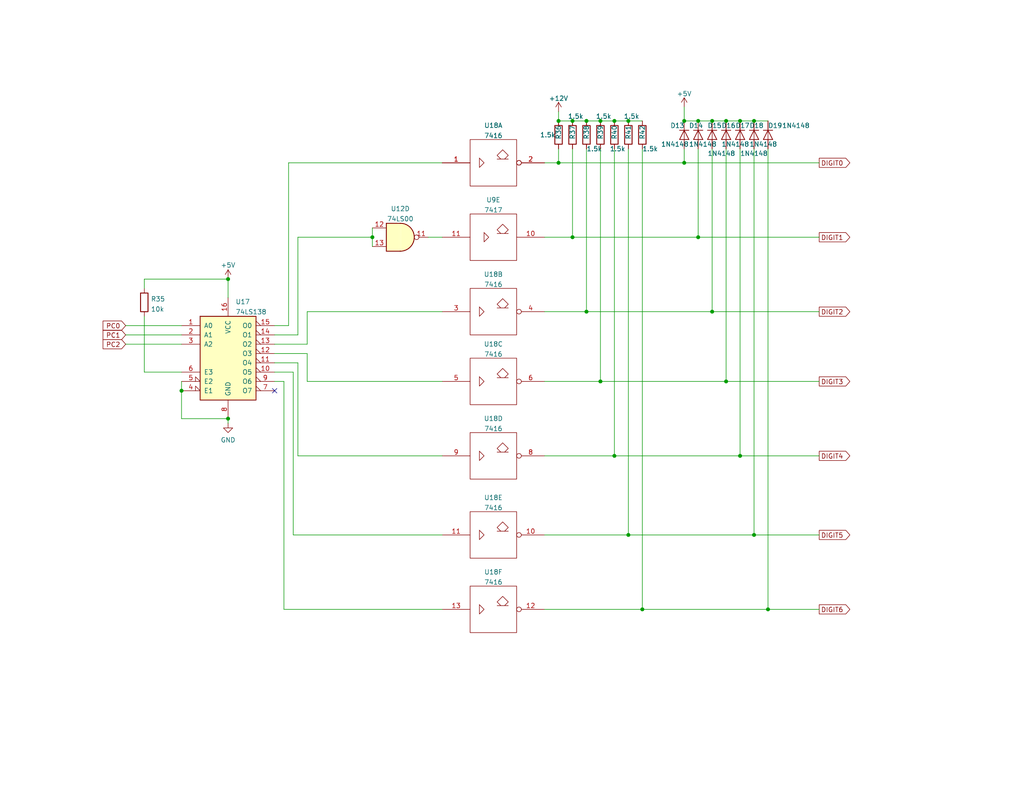
<source format=kicad_sch>
(kicad_sch (version 20211123) (generator eeschema)
  (paper "USLetter")
  (title_block (title "Display Digit Drivers") (date "2022-02-05") (rev "1.1") (company "ePinball") (comment 1 "github.com/jfleitz/gp-mpu"))
  (lib_symbols
    (symbol "74xx:74LS00" (pin_names (offset 1.016))
      (property "Reference" "U" (at 0 1.27 0))
      (property "Value" "74LS00" (at 0 -1.27 0))
      (symbol "74LS00_1_1"
        (arc (start 0 -3.81) (mid 3.81 0) (end 0 3.81) (stroke (width 0.254)) (fill (type background)))
        (polyline (pts (xy 0 3.81) (xy -3.81 3.81) (xy -3.81 -3.81) (xy 0 -3.81)) (stroke (width 0.254)) (fill (type background)))
        (pin input line (at -7.62 2.54 0) (length 3.81) (name "~") (number "1"))
        (pin input line (at -7.62 -2.54 0) (length 3.81) (name "~") (number "2"))
        (pin output inverted (at 7.62 0 180) (length 3.81) (name "~") (number "3"))
      )
      (symbol "74LS00_1_2"
        (arc (start -3.81 -3.81) (mid -2.589 0) (end -3.81 3.81) (stroke (width 0.254)))
        (arc (start -0.6096 -3.81) (mid 2.1855 -2.584) (end 3.81 0) (stroke (width 0.254)) (fill (type background)))
        (polyline (pts (xy -3.81 -3.81) (xy -0.635 -3.81)) (stroke (width 0.254)) (fill (type background)))
        (polyline (pts (xy -3.81 3.81) (xy -0.635 3.81)) (stroke (width 0.254)) (fill (type background)))
        (polyline (pts (xy -0.635 3.81) (xy -3.81 3.81) (xy -3.81 3.81) (xy -3.556 3.4036) (xy -3.0226 2.2606) (xy -2.6924 1.0414) (xy -2.6162 -0.254) (xy -2.7686 -1.4986) (xy -3.175 -2.7178) (xy -3.81 -3.81) (xy -3.81 -3.81) (xy -0.635 -3.81)) (stroke (width -25.4)) (fill (type background)))
        (arc (start 3.81 0) (mid 2.1928 2.5925) (end -0.6096 3.81) (stroke (width 0.254)) (fill (type background)))
        (pin input inverted (at -7.62 2.54 0) (length 4.318) (name "~") (number "1"))
        (pin input inverted (at -7.62 -2.54 0) (length 4.318) (name "~") (number "2"))
        (pin output line (at 7.62 0 180) (length 3.81) (name "~") (number "3"))
      )
      (symbol "74LS00_2_1"
        (arc (start 0 -3.81) (mid 3.81 0) (end 0 3.81) (stroke (width 0.254)) (fill (type background)))
        (polyline (pts (xy 0 3.81) (xy -3.81 3.81) (xy -3.81 -3.81) (xy 0 -3.81)) (stroke (width 0.254)) (fill (type background)))
        (pin input line (at -7.62 2.54 0) (length 3.81) (name "~") (number "4"))
        (pin input line (at -7.62 -2.54 0) (length 3.81) (name "~") (number "5"))
        (pin output inverted (at 7.62 0 180) (length 3.81) (name "~") (number "6"))
      )
      (symbol "74LS00_2_2"
        (arc (start -3.81 -3.81) (mid -2.589 0) (end -3.81 3.81) (stroke (width 0.254)))
        (arc (start -0.6096 -3.81) (mid 2.1855 -2.584) (end 3.81 0) (stroke (width 0.254)) (fill (type background)))
        (polyline (pts (xy -3.81 -3.81) (xy -0.635 -3.81)) (stroke (width 0.254)) (fill (type background)))
        (polyline (pts (xy -3.81 3.81) (xy -0.635 3.81)) (stroke (width 0.254)) (fill (type background)))
        (polyline (pts (xy -0.635 3.81) (xy -3.81 3.81) (xy -3.81 3.81) (xy -3.556 3.4036) (xy -3.0226 2.2606) (xy -2.6924 1.0414) (xy -2.6162 -0.254) (xy -2.7686 -1.4986) (xy -3.175 -2.7178) (xy -3.81 -3.81) (xy -3.81 -3.81) (xy -0.635 -3.81)) (stroke (width -25.4)) (fill (type background)))
        (arc (start 3.81 0) (mid 2.1928 2.5925) (end -0.6096 3.81) (stroke (width 0.254)) (fill (type background)))
        (pin input inverted (at -7.62 2.54 0) (length 4.318) (name "~") (number "4"))
        (pin input inverted (at -7.62 -2.54 0) (length 4.318) (name "~") (number "5"))
        (pin output line (at 7.62 0 180) (length 3.81) (name "~") (number "6"))
      )
      (symbol "74LS00_3_1"
        (arc (start 0 -3.81) (mid 3.81 0) (end 0 3.81) (stroke (width 0.254)) (fill (type background)))
        (polyline (pts (xy 0 3.81) (xy -3.81 3.81) (xy -3.81 -3.81) (xy 0 -3.81)) (stroke (width 0.254)) (fill (type background)))
        (pin input line (at -7.62 -2.54 0) (length 3.81) (name "~") (number "10"))
        (pin output inverted (at 7.62 0 180) (length 3.81) (name "~") (number "8"))
        (pin input line (at -7.62 2.54 0) (length 3.81) (name "~") (number "9"))
      )
      (symbol "74LS00_3_2"
        (arc (start -3.81 -3.81) (mid -2.589 0) (end -3.81 3.81) (stroke (width 0.254)))
        (arc (start -0.6096 -3.81) (mid 2.1855 -2.584) (end 3.81 0) (stroke (width 0.254)) (fill (type background)))
        (polyline (pts (xy -3.81 -3.81) (xy -0.635 -3.81)) (stroke (width 0.254)) (fill (type background)))
        (polyline (pts (xy -3.81 3.81) (xy -0.635 3.81)) (stroke (width 0.254)) (fill (type background)))
        (polyline (pts (xy -0.635 3.81) (xy -3.81 3.81) (xy -3.81 3.81) (xy -3.556 3.4036) (xy -3.0226 2.2606) (xy -2.6924 1.0414) (xy -2.6162 -0.254) (xy -2.7686 -1.4986) (xy -3.175 -2.7178) (xy -3.81 -3.81) (xy -3.81 -3.81) (xy -0.635 -3.81)) (stroke (width -25.4)) (fill (type background)))
        (arc (start 3.81 0) (mid 2.1928 2.5925) (end -0.6096 3.81) (stroke (width 0.254)) (fill (type background)))
        (pin input inverted (at -7.62 -2.54 0) (length 4.318) (name "~") (number "10"))
        (pin output line (at 7.62 0 180) (length 3.81) (name "~") (number "8"))
        (pin input inverted (at -7.62 2.54 0) (length 4.318) (name "~") (number "9"))
      )
      (symbol "74LS00_4_1"
        (arc (start 0 -3.81) (mid 3.81 0) (end 0 3.81) (stroke (width 0.254)) (fill (type background)))
        (polyline (pts (xy 0 3.81) (xy -3.81 3.81) (xy -3.81 -3.81) (xy 0 -3.81)) (stroke (width 0.254)) (fill (type background)))
        (pin output inverted (at 7.62 0 180) (length 3.81) (name "~") (number "11"))
        (pin input line (at -7.62 2.54 0) (length 3.81) (name "~") (number "12"))
        (pin input line (at -7.62 -2.54 0) (length 3.81) (name "~") (number "13"))
      )
      (symbol "74LS00_4_2"
        (arc (start -3.81 -3.81) (mid -2.589 0) (end -3.81 3.81) (stroke (width 0.254)))
        (arc (start -0.6096 -3.81) (mid 2.1855 -2.584) (end 3.81 0) (stroke (width 0.254)) (fill (type background)))
        (polyline (pts (xy -3.81 -3.81) (xy -0.635 -3.81)) (stroke (width 0.254)) (fill (type background)))
        (polyline (pts (xy -3.81 3.81) (xy -0.635 3.81)) (stroke (width 0.254)) (fill (type background)))
        (polyline (pts (xy -0.635 3.81) (xy -3.81 3.81) (xy -3.81 3.81) (xy -3.556 3.4036) (xy -3.0226 2.2606) (xy -2.6924 1.0414) (xy -2.6162 -0.254) (xy -2.7686 -1.4986) (xy -3.175 -2.7178) (xy -3.81 -3.81) (xy -3.81 -3.81) (xy -0.635 -3.81)) (stroke (width -25.4)) (fill (type background)))
        (arc (start 3.81 0) (mid 2.1928 2.5925) (end -0.6096 3.81) (stroke (width 0.254)) (fill (type background)))
        (pin output line (at 7.62 0 180) (length 3.81) (name "~") (number "11"))
        (pin input inverted (at -7.62 2.54 0) (length 4.318) (name "~") (number "12"))
        (pin input inverted (at -7.62 -2.54 0) (length 4.318) (name "~") (number "13"))
      )
      (symbol "74LS00_5_0"
        (pin power_in line (at 0 12.7 270) (length 5.08) (name "VCC") (number "14"))
        (pin power_in line (at 0 -12.7 90) (length 5.08) (name "GND") (number "7"))
      )
      (symbol "74LS00_5_1"
        (rectangle (start -5.08 7.62) (end 5.08 -7.62) (stroke (width 0.254)) (fill (type background)))
      )
    )
    (symbol "74xx:74LS138" (pin_names (offset 1.016))
      (property "Reference" "U" (at -7.62 11.43 0))
      (property "Value" "74LS138" (at -7.62 -13.97 0))
      (symbol "74LS138_1_0"
        (pin input line (at -12.7 7.62 0) (length 5.08) (name "A0") (number "1"))
        (pin output output_low (at 12.7 -5.08 180) (length 5.08) (name "O5") (number "10"))
        (pin output output_low (at 12.7 -2.54 180) (length 5.08) (name "O4") (number "11"))
        (pin output output_low (at 12.7 0 180) (length 5.08) (name "O3") (number "12"))
        (pin output output_low (at 12.7 2.54 180) (length 5.08) (name "O2") (number "13"))
        (pin output output_low (at 12.7 5.08 180) (length 5.08) (name "O1") (number "14"))
        (pin output output_low (at 12.7 7.62 180) (length 5.08) (name "O0") (number "15"))
        (pin power_in line (at 0 15.24 270) (length 5.08) (name "VCC") (number "16"))
        (pin input line (at -12.7 5.08 0) (length 5.08) (name "A1") (number "2"))
        (pin input line (at -12.7 2.54 0) (length 5.08) (name "A2") (number "3"))
        (pin input input_low (at -12.7 -10.16 0) (length 5.08) (name "E1") (number "4"))
        (pin input input_low (at -12.7 -7.62 0) (length 5.08) (name "E2") (number "5"))
        (pin input line (at -12.7 -5.08 0) (length 5.08) (name "E3") (number "6"))
        (pin output output_low (at 12.7 -10.16 180) (length 5.08) (name "O7") (number "7"))
        (pin power_in line (at 0 -17.78 90) (length 5.08) (name "GND") (number "8"))
        (pin output output_low (at 12.7 -7.62 180) (length 5.08) (name "O6") (number "9"))
      )
      (symbol "74LS138_1_1"
        (rectangle (start -7.62 10.16) (end 7.62 -12.7) (stroke (width 0.254)) (fill (type background)))
      )
    )
    (symbol "74xx_IEEE:7416" (pin_names (offset 0.762))
      (property "Reference" "U" (at 3.81 7.62 0))
      (property "Value" "7416" (at 6.35 -8.89 0))
      (symbol "7416_0_0"
        (polyline (pts (xy -3.81 1.27) (xy -3.81 -1.27) (xy -2.54 0) (xy -3.81 1.27) (xy -3.81 1.27)))
        (polyline (pts (xy 3.048 1.016) (xy 4.064 2.032) (xy 2.54 3.556) (xy 1.016 2.032) (xy 2.032 1.016) (xy 1.016 1.016) (xy 4.064 1.016) (xy 4.064 1.016)))
      )
      (symbol "7416_0_1"
        (rectangle (start -6.35 6.35) (end 6.35 -6.35))
        (pin power_in line (at 0 6.35 270) (length 0) hide (name "Vcc") (number "14"))
        (pin power_in line (at 0 -6.35 90) (length 0) hide (name "Gnd") (number "7"))
      )
      (symbol "7416_1_1"
        (pin input line (at -13.97 0 0) (length 7.62) (name "~") (number "1"))
        (pin open_collector inverted (at 13.97 0 180) (length 7.62) (name "~") (number "2"))
      )
      (symbol "7416_2_1"
        (pin input line (at -13.97 0 0) (length 7.62) (name "~") (number "3"))
        (pin open_collector inverted (at 13.97 0 180) (length 7.62) (name "~") (number "4"))
      )
      (symbol "7416_3_1"
        (pin input line (at -13.97 0 0) (length 7.62) (name "~") (number "5"))
        (pin open_collector inverted (at 13.97 0 180) (length 7.62) (name "~") (number "6"))
      )
      (symbol "7416_4_1"
        (pin open_collector inverted (at 13.97 0 180) (length 7.62) (name "~") (number "8"))
        (pin input line (at -13.97 0 0) (length 7.62) (name "~") (number "9"))
      )
      (symbol "7416_5_1"
        (pin open_collector inverted (at 13.97 0 180) (length 7.62) (name "~") (number "10"))
        (pin input line (at -13.97 0 0) (length 7.62) (name "~") (number "11"))
      )
      (symbol "7416_6_1"
        (pin open_collector inverted (at 13.97 0 180) (length 7.62) (name "~") (number "12"))
        (pin input line (at -13.97 0 0) (length 7.62) (name "~") (number "13"))
      )
    )
    (symbol "74xx_IEEE:7417" (pin_names (offset 0.762))
      (property "Reference" "U" (at 3.81 8.89 0))
      (property "Value" "7417" (at 3.81 -7.62 0))
      (symbol "7417_0_1"
        (rectangle (start -6.35 6.35) (end 6.35 -6.35))
        (polyline (pts (xy -2.54 1.27) (xy -2.54 -1.27) (xy -1.27 0) (xy -2.54 1.27) (xy -2.54 1.27)))
        (polyline (pts (xy 3.048 1.016) (xy 4.064 2.032) (xy 2.54 3.556) (xy 1.016 2.032) (xy 2.032 1.016) (xy 1.016 1.016) (xy 4.064 1.016) (xy 4.064 1.016)))
        (pin power_in line (at 0 6.35 270) (length 0) hide (name "Vcc") (number "14"))
        (pin power_in line (at 0 -6.35 90) (length 0) hide (name "Gnd") (number "7"))
      )
      (symbol "7417_1_1"
        (pin input line (at -13.97 0 0) (length 7.62) (name "~") (number "1"))
        (pin open_collector line (at 13.97 0 180) (length 7.62) (name "~") (number "2"))
      )
      (symbol "7417_2_1"
        (pin input line (at -13.97 0 0) (length 7.62) (name "~") (number "3"))
        (pin open_collector line (at 13.97 0 180) (length 7.62) (name "~") (number "4"))
      )
      (symbol "7417_3_1"
        (pin input line (at -13.97 0 0) (length 7.62) (name "~") (number "5"))
        (pin open_collector line (at 13.97 0 180) (length 7.62) (name "~") (number "6"))
      )
      (symbol "7417_4_1"
        (pin open_collector line (at 13.97 0 180) (length 7.62) (name "~") (number "8"))
        (pin input line (at -13.97 0 0) (length 7.62) (name "~") (number "9"))
      )
      (symbol "7417_5_1"
        (pin open_collector line (at 13.97 0 180) (length 7.62) (name "~") (number "10"))
        (pin input line (at -13.97 0 0) (length 7.62) (name "~") (number "11"))
      )
      (symbol "7417_6_1"
        (pin open_collector line (at 13.97 0 180) (length 7.62) (name "~") (number "12"))
        (pin input line (at -13.97 0 0) (length 7.62) (name "~") (number "13"))
      )
    )
    (symbol "Device:R" (pin_numbers hide) (pin_names (offset 0))
      (property "Reference" "R" (at 2.032 0 90))
      (property "Value" "R" (at 0 0 90))
      (symbol "R_0_1"
        (rectangle (start -1.016 -2.54) (end 1.016 2.54) (stroke (width 0.254)))
      )
      (symbol "R_1_1"
        (pin passive line (at 0 3.81 270) (length 1.27) (name "~") (number "1"))
        (pin passive line (at 0 -3.81 90) (length 1.27) (name "~") (number "2"))
      )
    )
    (symbol "Diode:1N4148" (pin_numbers hide) (pin_names (offset 1.016) hide)
      (property "Reference" "D" (at 0 2.54 0))
      (property "Value" "1N4148" (at 0 -2.54 0))
      (symbol "1N4148_0_1"
        (polyline (pts (xy -1.27 1.27) (xy -1.27 -1.27)) (stroke (width 0.2032)))
        (polyline (pts (xy 1.27 0) (xy -1.27 0)))
        (polyline (pts (xy 1.27 1.27) (xy 1.27 -1.27) (xy -1.27 0) (xy 1.27 1.27)) (stroke (width 0.2032)))
      )
      (symbol "1N4148_1_1"
        (pin passive line (at -3.81 0 0) (length 2.54) (name "K") (number "1"))
        (pin passive line (at 3.81 0 180) (length 2.54) (name "A") (number "2"))
      )
    )
    (symbol "power:+12V" (power) (pin_names (offset 0))
      (property "Value" "+12V" (at 0 3.556 0))
      (symbol "+12V_0_1"
        (polyline (pts (xy -0.762 1.27) (xy 0 2.54)))
        (polyline (pts (xy 0 0) (xy 0 2.54)))
        (polyline (pts (xy 0 2.54) (xy 0.762 1.27)))
      )
      (symbol "+12V_1_1"
        (pin power_in line (at 0 0 90) (length 0) hide (name "+12V") (number "1"))
      )
    )
    (symbol "power:+5V" (power) (pin_names (offset 0))
      (property "Value" "+5V" (at 0 3.556 0))
      (symbol "+5V_0_1"
        (polyline (pts (xy -0.762 1.27) (xy 0 2.54)))
        (polyline (pts (xy 0 0) (xy 0 2.54)))
        (polyline (pts (xy 0 2.54) (xy 0.762 1.27)))
      )
      (symbol "+5V_1_1"
        (pin power_in line (at 0 0 90) (length 0) hide (name "+5V") (number "1"))
      )
    )
    (symbol "power:GND" (power) (pin_names (offset 0))
      (property "Value" "GND" (at 0 -3.81 0))
      (symbol "GND_0_1"
        (polyline (pts (xy 0 0) (xy 0 -1.27) (xy 1.27 -1.27) (xy 0 -2.54) (xy -1.27 -1.27) (xy 0 -1.27)))
      )
      (symbol "GND_1_1"
        (pin power_in line (at 0 0 270) (length 0) hide (name "GND") (number "1"))
      )
    )
  )
  (junction (at 167.64 33.02))
  (junction (at 186.69 33.02))
  (junction (at 62.23 114.3))
  (junction (at 198.12 33.02))
  (junction (at 194.31 85.09))
  (junction (at 160.02 85.09))
  (junction (at 163.83 33.02))
  (junction (at 101.6 64.77))
  (junction (at 156.21 64.77))
  (junction (at 190.5 64.77))
  (junction (at 160.02 33.02))
  (junction (at 171.45 146.05))
  (junction (at 167.64 124.46))
  (junction (at 152.4 44.45))
  (junction (at 201.93 33.02))
  (junction (at 152.4 33.02))
  (junction (at 190.5 33.02))
  (junction (at 156.21 33.02))
  (junction (at 171.45 33.02))
  (junction (at 198.12 104.14))
  (junction (at 62.23 76.2))
  (junction (at 205.74 146.05))
  (junction (at 205.74 33.02))
  (junction (at 194.31 33.02))
  (junction (at 163.83 104.14))
  (junction (at 49.53 106.68))
  (junction (at 201.93 124.46))
  (junction (at 175.26 166.37))
  (junction (at 209.55 166.37))
  (junction (at 186.69 44.45))
  (no_connect (at 74.93 106.68))
  (wire (pts (xy 148.59 166.37) (xy 175.26 166.37)))
  (wire (pts (xy 152.4 40.64) (xy 152.4 44.45)))
  (wire (pts (xy 205.74 40.64) (xy 205.74 146.05)))
  (wire (pts (xy 205.74 146.05) (xy 223.52 146.05)))
  (wire (pts (xy 201.93 33.02) (xy 205.74 33.02)))
  (wire (pts (xy 190.5 33.02) (xy 194.31 33.02)))
  (wire (pts (xy 74.93 93.98) (xy 83.82 93.98)))
  (wire (pts (xy 198.12 40.64) (xy 198.12 104.14)))
  (wire (pts (xy 198.12 33.02) (xy 201.93 33.02)))
  (wire (pts (xy 81.28 91.44) (xy 81.28 64.77)))
  (wire (pts (xy 74.93 91.44) (xy 81.28 91.44)))
  (wire (pts (xy 194.31 85.09) (xy 223.52 85.09)))
  (wire (pts (xy 101.6 64.77) (xy 101.6 67.31)))
  (wire (pts (xy 101.6 62.23) (xy 101.6 64.77)))
  (wire (pts (xy 163.83 40.64) (xy 163.83 104.14)))
  (wire (pts (xy 49.53 106.68) (xy 49.53 114.3)))
  (wire (pts (xy 201.93 124.46) (xy 223.52 124.46)))
  (wire (pts (xy 77.47 166.37) (xy 120.65 166.37)))
  (wire (pts (xy 198.12 104.14) (xy 223.52 104.14)))
  (wire (pts (xy 194.31 33.02) (xy 198.12 33.02)))
  (wire (pts (xy 39.37 78.74) (xy 39.37 76.2)))
  (wire (pts (xy 83.82 104.14) (xy 120.65 104.14)))
  (wire (pts (xy 163.83 104.14) (xy 198.12 104.14)))
  (wire (pts (xy 194.31 40.64) (xy 194.31 85.09)))
  (wire (pts (xy 209.55 40.64) (xy 209.55 166.37)))
  (wire (pts (xy 152.4 33.02) (xy 156.21 33.02)))
  (wire (pts (xy 81.28 99.06) (xy 81.28 124.46)))
  (wire (pts (xy 74.93 88.9) (xy 78.74 88.9)))
  (wire (pts (xy 186.69 40.64) (xy 186.69 44.45)))
  (wire (pts (xy 116.84 64.77) (xy 120.65 64.77)))
  (wire (pts (xy 171.45 40.64) (xy 171.45 146.05)))
  (wire (pts (xy 171.45 146.05) (xy 205.74 146.05)))
  (wire (pts (xy 209.55 166.37) (xy 223.52 166.37)))
  (wire (pts (xy 77.47 104.14) (xy 77.47 166.37)))
  (wire (pts (xy 39.37 76.2) (xy 62.23 76.2)))
  (wire (pts (xy 83.82 85.09) (xy 120.65 85.09)))
  (wire (pts (xy 74.93 96.52) (xy 83.82 96.52)))
  (wire (pts (xy 175.26 166.37) (xy 209.55 166.37)))
  (wire (pts (xy 160.02 40.64) (xy 160.02 85.09)))
  (wire (pts (xy 39.37 101.6) (xy 49.53 101.6)))
  (wire (pts (xy 186.69 33.02) (xy 190.5 33.02)))
  (wire (pts (xy 171.45 33.02) (xy 175.26 33.02)))
  (wire (pts (xy 34.29 88.9) (xy 49.53 88.9)))
  (wire (pts (xy 148.59 146.05) (xy 171.45 146.05)))
  (wire (pts (xy 152.4 30.48) (xy 152.4 33.02)))
  (wire (pts (xy 83.82 96.52) (xy 83.82 104.14)))
  (wire (pts (xy 186.69 29.21) (xy 186.69 33.02)))
  (wire (pts (xy 78.74 44.45) (xy 120.65 44.45)))
  (wire (pts (xy 167.64 40.64) (xy 167.64 124.46)))
  (wire (pts (xy 39.37 86.36) (xy 39.37 101.6)))
  (wire (pts (xy 34.29 93.98) (xy 49.53 93.98)))
  (wire (pts (xy 83.82 93.98) (xy 83.82 85.09)))
  (wire (pts (xy 167.64 124.46) (xy 201.93 124.46)))
  (wire (pts (xy 148.59 85.09) (xy 160.02 85.09)))
  (wire (pts (xy 81.28 124.46) (xy 120.65 124.46)))
  (wire (pts (xy 156.21 40.64) (xy 156.21 64.77)))
  (wire (pts (xy 34.29 91.44) (xy 49.53 91.44)))
  (wire (pts (xy 78.74 88.9) (xy 78.74 44.45)))
  (wire (pts (xy 175.26 40.64) (xy 175.26 166.37)))
  (wire (pts (xy 156.21 33.02) (xy 160.02 33.02)))
  (wire (pts (xy 201.93 40.64) (xy 201.93 124.46)))
  (wire (pts (xy 81.28 64.77) (xy 101.6 64.77)))
  (wire (pts (xy 49.53 104.14) (xy 49.53 106.68)))
  (wire (pts (xy 163.83 33.02) (xy 167.64 33.02)))
  (wire (pts (xy 62.23 76.2) (xy 62.23 81.28)))
  (wire (pts (xy 205.74 33.02) (xy 209.55 33.02)))
  (wire (pts (xy 190.5 64.77) (xy 223.52 64.77)))
  (wire (pts (xy 160.02 33.02) (xy 163.83 33.02)))
  (wire (pts (xy 156.21 64.77) (xy 190.5 64.77)))
  (wire (pts (xy 74.93 101.6) (xy 80.01 101.6)))
  (wire (pts (xy 80.01 101.6) (xy 80.01 146.05)))
  (wire (pts (xy 186.69 44.45) (xy 223.52 44.45)))
  (wire (pts (xy 148.59 64.77) (xy 156.21 64.77)))
  (wire (pts (xy 190.5 40.64) (xy 190.5 64.77)))
  (wire (pts (xy 148.59 104.14) (xy 163.83 104.14)))
  (wire (pts (xy 148.59 44.45) (xy 152.4 44.45)))
  (wire (pts (xy 152.4 44.45) (xy 186.69 44.45)))
  (wire (pts (xy 74.93 104.14) (xy 77.47 104.14)))
  (wire (pts (xy 160.02 85.09) (xy 194.31 85.09)))
  (wire (pts (xy 80.01 146.05) (xy 120.65 146.05)))
  (wire (pts (xy 74.93 99.06) (xy 81.28 99.06)))
  (wire (pts (xy 148.59 124.46) (xy 167.64 124.46)))
  (wire (pts (xy 62.23 114.3) (xy 62.23 115.57)))
  (wire (pts (xy 167.64 33.02) (xy 171.45 33.02)))
  (wire (pts (xy 49.53 114.3) (xy 62.23 114.3)))
  (global_label "PC0" (shape input) (at 34.29 88.9 180) (property "Intersheet References" "${INTERSHEET_REFS}" (effects hide)))
  (global_label "DIGIT6" (shape output) (at 223.52 166.37 0) (property "Intersheet References" "${INTERSHEET_REFS}" (effects hide)))
  (global_label "PC1" (shape input) (at 34.29 91.44 180) (property "Intersheet References" "${INTERSHEET_REFS}" (effects hide)))
  (global_label "DIGIT4" (shape output) (at 223.52 124.46 0) (property "Intersheet References" "${INTERSHEET_REFS}" (effects hide)))
  (global_label "DIGIT0" (shape output) (at 223.52 44.45 0) (property "Intersheet References" "${INTERSHEET_REFS}" (effects hide)))
  (global_label "DIGIT5" (shape output) (at 223.52 146.05 0) (property "Intersheet References" "${INTERSHEET_REFS}" (effects hide)))
  (global_label "PC2" (shape input) (at 34.29 93.98 180) (property "Intersheet References" "${INTERSHEET_REFS}" (effects hide)))
  (global_label "DIGIT2" (shape output) (at 223.52 85.09 0) (property "Intersheet References" "${INTERSHEET_REFS}" (effects hide)))
  (global_label "DIGIT1" (shape output) (at 223.52 64.77 0) (property "Intersheet References" "${INTERSHEET_REFS}" (effects hide)))
  (global_label "DIGIT3" (shape output) (at 223.52 104.14 0) (property "Intersheet References" "${INTERSHEET_REFS}" (effects hide)))
  (symbol (lib_id "Device:R") (at 171.45 36.83 0) (unit 1)
    (property "Reference" "R41" (at 171.45 38.1 90) (effects (justify left)))
    (property "Value" "1.5k" (at 170.18 31.75 0) (effects (justify left)))
    (property "Footprint" "Resistor_THT:R_Axial_DIN0207_L6.3mm_D2.5mm_P10.16mm_Horizontal" (effects hide))
  )
  (symbol (lib_id "power:+5V") (at 62.23 76.2 0) (unit 1)
    (property "Reference" "#PWR037" (effects hide))
    (property "Value" "+5V" (at 62.23 72.39 0))
  )
  (symbol (lib_id "74xx_IEEE:7416") (at 134.62 124.46 0) (unit 4)
    (property "Reference" "U18" (at 134.62 114.2705 0))
    (property "Value" "7416" (at 134.62 117.0456 0))
    (property "Footprint" "Package_DIP:DIP-14_W7.62mm_LongPads" (effects hide))
  )
  (symbol (lib_id "Diode:1N4148") (at 190.5 36.83 270) (unit 1)
    (property "Reference" "D14" (at 187.96 34.29 90) (effects (justify left)))
    (property "Value" "1N4148" (at 187.96 39.37 90) (effects (justify left)))
    (property "Footprint" "Diode_THT:D_DO-35_SOD27_P7.62mm_Horizontal" (effects hide))
    (property "Datasheet" "https://assets.nexperia.com/documents/data-sheet/1N4148_1N4448.pdf" (effects hide))
  )
  (symbol (lib_id "Diode:1N4148") (at 194.31 36.83 270) (unit 1)
    (property "Reference" "D15" (at 193.04 34.29 90) (effects (justify left)))
    (property "Value" "1N4148" (at 193.04 41.91 90) (effects (justify left)))
    (property "Footprint" "Diode_THT:D_DO-35_SOD27_P7.62mm_Horizontal" (effects hide))
    (property "Datasheet" "https://assets.nexperia.com/documents/data-sheet/1N4148_1N4448.pdf" (effects hide))
  )
  (symbol (lib_id "Diode:1N4148") (at 205.74 36.83 270) (unit 1)
    (property "Reference" "D18" (at 204.47 34.29 90) (effects (justify left)))
    (property "Value" "1N4148" (at 204.47 39.37 90) (effects (justify left)))
    (property "Footprint" "Diode_THT:D_DO-35_SOD27_P7.62mm_Horizontal" (effects hide))
    (property "Datasheet" "https://assets.nexperia.com/documents/data-sheet/1N4148_1N4448.pdf" (effects hide))
  )
  (symbol (lib_id "74xx_IEEE:7417") (at 134.62 64.77 0) (unit 5)
    (property "Reference" "U9" (at 134.62 54.5805 0))
    (property "Value" "7417" (at 134.62 57.3556 0))
    (property "Footprint" "Package_DIP:DIP-14_W7.62mm_LongPads" (effects hide))
  )
  (symbol (lib_id "Diode:1N4148") (at 209.55 36.83 270) (unit 1)
    (property "Reference" "D19" (at 209.55 34.29 90) (effects (justify left)))
    (property "Value" "1N4148" (at 213.36 34.29 90) (effects (justify left)))
    (property "Footprint" "Diode_THT:D_DO-35_SOD27_P7.62mm_Horizontal" (effects hide))
    (property "Datasheet" "https://assets.nexperia.com/documents/data-sheet/1N4148_1N4448.pdf" (effects hide))
  )
  (symbol (lib_id "Diode:1N4148") (at 198.12 36.83 270) (unit 1)
    (property "Reference" "D16" (at 196.85 34.29 90) (effects (justify left)))
    (property "Value" "1N4148" (at 196.85 39.37 90) (effects (justify left)))
    (property "Footprint" "Diode_THT:D_DO-35_SOD27_P7.62mm_Horizontal" (effects hide))
    (property "Datasheet" "https://assets.nexperia.com/documents/data-sheet/1N4148_1N4448.pdf" (effects hide))
  )
  (symbol (lib_id "Diode:1N4148") (at 201.93 36.83 270) (unit 1)
    (property "Reference" "D17" (at 200.66 34.29 90) (effects (justify left)))
    (property "Value" "1N4148" (at 201.93 41.91 90) (effects (justify left)))
    (property "Footprint" "Diode_THT:D_DO-35_SOD27_P7.62mm_Horizontal" (effects hide))
    (property "Datasheet" "https://assets.nexperia.com/documents/data-sheet/1N4148_1N4448.pdf" (effects hide))
  )
  (symbol (lib_id "74xx_IEEE:7416") (at 134.62 44.45 0) (unit 1)
    (property "Reference" "U18" (at 134.62 34.2605 0))
    (property "Value" "7416" (at 134.62 37.0356 0))
    (property "Footprint" "Package_DIP:DIP-14_W7.62mm_LongPads" (effects hide))
  )
  (symbol (lib_id "Device:R") (at 160.02 36.83 0) (unit 1)
    (property "Reference" "R38" (at 160.02 38.1 90) (effects (justify left)))
    (property "Value" "1.5k" (at 160.02 40.64 0) (effects (justify left)))
    (property "Footprint" "Resistor_THT:R_Axial_DIN0207_L6.3mm_D2.5mm_P10.16mm_Horizontal" (effects hide))
  )
  (symbol (lib_id "74xx:74LS00") (at 109.22 64.77 0) (unit 4)
    (property "Reference" "U12" (at 109.22 56.9935 0))
    (property "Value" "74LS00" (at 109.22 59.7686 0))
    (property "Footprint" "Package_DIP:DIP-14_W7.62mm_LongPads" (effects hide))
    (property "Datasheet" "http://www.ti.com/lit/gpn/sn74ls00" (effects hide))
  )
  (symbol (lib_id "power:GND") (at 62.23 115.57 0) (unit 1)
    (property "Reference" "#PWR038" (effects hide))
    (property "Value" "GND" (at 62.23 120.1325 0))
  )
  (symbol (lib_id "74xx_IEEE:7416") (at 134.62 146.05 0) (unit 5)
    (property "Reference" "U18" (at 134.62 135.8605 0))
    (property "Value" "7416" (at 134.62 138.6356 0))
    (property "Footprint" "Package_DIP:DIP-14_W7.62mm_LongPads" (effects hide))
  )
  (symbol (lib_id "Device:R") (at 163.83 36.83 0) (unit 1)
    (property "Reference" "R39" (at 163.83 38.1 90) (effects (justify left)))
    (property "Value" "1.5k" (at 162.56 31.75 0) (effects (justify left)))
    (property "Footprint" "Resistor_THT:R_Axial_DIN0207_L6.3mm_D2.5mm_P10.16mm_Horizontal" (effects hide))
  )
  (symbol (lib_id "power:+5V") (at 186.69 29.21 0) (unit 1)
    (property "Reference" "#PWR040" (effects hide))
    (property "Value" "+5V" (at 186.69 25.6055 0))
  )
  (symbol (lib_id "74xx_IEEE:7416") (at 134.62 166.37 0) (unit 6)
    (property "Reference" "U18" (at 134.62 156.1805 0))
    (property "Value" "7416" (at 134.62 158.9556 0))
    (property "Footprint" "Package_DIP:DIP-14_W7.62mm_LongPads" (effects hide))
  )
  (symbol (lib_id "Device:R") (at 175.26 36.83 0) (unit 1)
    (property "Reference" "R42" (at 175.26 38.1 90) (effects (justify left)))
    (property "Value" "1.5k" (at 175.26 40.64 0) (effects (justify left)))
    (property "Footprint" "Resistor_THT:R_Axial_DIN0207_L6.3mm_D2.5mm_P10.16mm_Horizontal" (effects hide))
  )
  (symbol (lib_id "power:+12V") (at 152.4 30.48 0) (unit 1)
    (property "Reference" "#PWR039" (effects hide))
    (property "Value" "+12V" (at 152.4 26.8755 0))
  )
  (symbol (lib_id "Device:R") (at 39.37 82.55 0) (unit 1)
    (property "Reference" "R35" (at 41.148 81.6415 0) (effects (justify left)))
    (property "Value" "10k" (at 41.148 84.4166 0) (effects (justify left)))
    (property "Footprint" "Resistor_THT:R_Axial_DIN0207_L6.3mm_D2.5mm_P10.16mm_Horizontal" (effects hide))
  )
  (symbol (lib_id "Device:R") (at 152.4 36.83 0) (unit 1)
    (property "Reference" "R36" (at 152.4 38.1 90) (effects (justify left)))
    (property "Value" "1.5k" (at 147.32 36.83 0) (effects (justify left)))
    (property "Footprint" "Resistor_THT:R_Axial_DIN0207_L6.3mm_D2.5mm_P10.16mm_Horizontal" (effects hide))
  )
  (symbol (lib_id "Device:R") (at 156.21 36.83 0) (unit 1)
    (property "Reference" "R37" (at 156.21 38.1 90) (effects (justify left)))
    (property "Value" "1.5k" (at 154.94 31.75 0) (effects (justify left)))
    (property "Footprint" "Resistor_THT:R_Axial_DIN0207_L6.3mm_D2.5mm_P10.16mm_Horizontal" (effects hide))
  )
  (symbol (lib_id "74xx_IEEE:7416") (at 134.62 104.14 0) (unit 3)
    (property "Reference" "U18" (at 134.62 93.9505 0))
    (property "Value" "7416" (at 134.62 96.7256 0))
    (property "Footprint" "Package_DIP:DIP-14_W7.62mm_LongPads" (effects hide))
  )
  (symbol (lib_id "74xx_IEEE:7416") (at 134.62 85.09 0) (unit 2)
    (property "Reference" "U18" (at 134.62 74.9005 0))
    (property "Value" "7416" (at 134.62 77.6756 0))
    (property "Footprint" "Package_DIP:DIP-14_W7.62mm_LongPads" (effects hide))
  )
  (symbol (lib_id "Diode:1N4148") (at 186.69 36.83 270) (unit 1)
    (property "Reference" "D13" (at 182.88 34.29 90) (effects (justify left)))
    (property "Value" "1N4148" (at 180.34 39.37 90) (effects (justify left)))
    (property "Footprint" "Diode_THT:D_DO-35_SOD27_P7.62mm_Horizontal" (effects hide))
    (property "Datasheet" "https://assets.nexperia.com/documents/data-sheet/1N4148_1N4448.pdf" (effects hide))
  )
  (symbol (lib_id "Device:R") (at 167.64 36.83 0) (unit 1)
    (property "Reference" "R40" (at 167.64 38.1 90) (effects (justify left)))
    (property "Value" "1.5k" (at 166.37 40.64 0) (effects (justify left)))
    (property "Footprint" "Resistor_THT:R_Axial_DIN0207_L6.3mm_D2.5mm_P10.16mm_Horizontal" (effects hide))
  )
  (symbol (lib_id "74xx:74LS138") (at 62.23 96.52 0) (unit 1)
    (property "Reference" "U17" (at 64.2494 82.3935 0) (effects (justify left)))
    (property "Value" "74LS138" (at 64.2494 85.1686 0) (effects (justify left)))
    (property "Footprint" "Package_DIP:DIP-16_W7.62mm_LongPads" (effects hide))
    (property "Datasheet" "http://www.ti.com/lit/gpn/sn74LS138" (effects hide))
  )
)
</source>
